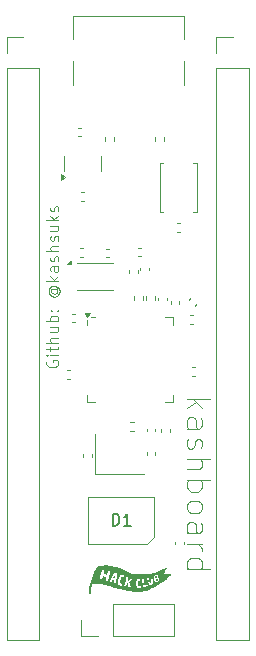
<source format=gbr>
%TF.GenerationSoftware,KiCad,Pcbnew,9.0.2*%
%TF.CreationDate,2025-10-08T13:44:56-04:00*%
%TF.ProjectId,pcb,7063622e-6b69-4636-9164-5f7063625858,rev?*%
%TF.SameCoordinates,Original*%
%TF.FileFunction,Legend,Top*%
%TF.FilePolarity,Positive*%
%FSLAX46Y46*%
G04 Gerber Fmt 4.6, Leading zero omitted, Abs format (unit mm)*
G04 Created by KiCad (PCBNEW 9.0.2) date 2025-10-08 13:44:56*
%MOMM*%
%LPD*%
G01*
G04 APERTURE LIST*
%ADD10C,0.100000*%
%ADD11C,0.150000*%
%ADD12C,0.120000*%
%ADD13C,0.000000*%
G04 APERTURE END LIST*
D10*
X94500038Y-92182306D02*
X94452419Y-92277544D01*
X94452419Y-92277544D02*
X94452419Y-92420401D01*
X94452419Y-92420401D02*
X94500038Y-92563258D01*
X94500038Y-92563258D02*
X94595276Y-92658496D01*
X94595276Y-92658496D02*
X94690514Y-92706115D01*
X94690514Y-92706115D02*
X94880990Y-92753734D01*
X94880990Y-92753734D02*
X95023847Y-92753734D01*
X95023847Y-92753734D02*
X95214323Y-92706115D01*
X95214323Y-92706115D02*
X95309561Y-92658496D01*
X95309561Y-92658496D02*
X95404800Y-92563258D01*
X95404800Y-92563258D02*
X95452419Y-92420401D01*
X95452419Y-92420401D02*
X95452419Y-92325163D01*
X95452419Y-92325163D02*
X95404800Y-92182306D01*
X95404800Y-92182306D02*
X95357180Y-92134687D01*
X95357180Y-92134687D02*
X95023847Y-92134687D01*
X95023847Y-92134687D02*
X95023847Y-92325163D01*
X95452419Y-91706115D02*
X94785752Y-91706115D01*
X94452419Y-91706115D02*
X94500038Y-91753734D01*
X94500038Y-91753734D02*
X94547657Y-91706115D01*
X94547657Y-91706115D02*
X94500038Y-91658496D01*
X94500038Y-91658496D02*
X94452419Y-91706115D01*
X94452419Y-91706115D02*
X94547657Y-91706115D01*
X94785752Y-91372782D02*
X94785752Y-90991830D01*
X94452419Y-91229925D02*
X95309561Y-91229925D01*
X95309561Y-91229925D02*
X95404800Y-91182306D01*
X95404800Y-91182306D02*
X95452419Y-91087068D01*
X95452419Y-91087068D02*
X95452419Y-90991830D01*
X95452419Y-90658496D02*
X94452419Y-90658496D01*
X95452419Y-90229925D02*
X94928609Y-90229925D01*
X94928609Y-90229925D02*
X94833371Y-90277544D01*
X94833371Y-90277544D02*
X94785752Y-90372782D01*
X94785752Y-90372782D02*
X94785752Y-90515639D01*
X94785752Y-90515639D02*
X94833371Y-90610877D01*
X94833371Y-90610877D02*
X94880990Y-90658496D01*
X94785752Y-89325163D02*
X95452419Y-89325163D01*
X94785752Y-89753734D02*
X95309561Y-89753734D01*
X95309561Y-89753734D02*
X95404800Y-89706115D01*
X95404800Y-89706115D02*
X95452419Y-89610877D01*
X95452419Y-89610877D02*
X95452419Y-89468020D01*
X95452419Y-89468020D02*
X95404800Y-89372782D01*
X95404800Y-89372782D02*
X95357180Y-89325163D01*
X95452419Y-88848972D02*
X94452419Y-88848972D01*
X94833371Y-88848972D02*
X94785752Y-88753734D01*
X94785752Y-88753734D02*
X94785752Y-88563258D01*
X94785752Y-88563258D02*
X94833371Y-88468020D01*
X94833371Y-88468020D02*
X94880990Y-88420401D01*
X94880990Y-88420401D02*
X94976228Y-88372782D01*
X94976228Y-88372782D02*
X95261942Y-88372782D01*
X95261942Y-88372782D02*
X95357180Y-88420401D01*
X95357180Y-88420401D02*
X95404800Y-88468020D01*
X95404800Y-88468020D02*
X95452419Y-88563258D01*
X95452419Y-88563258D02*
X95452419Y-88753734D01*
X95452419Y-88753734D02*
X95404800Y-88848972D01*
X95357180Y-87944210D02*
X95404800Y-87896591D01*
X95404800Y-87896591D02*
X95452419Y-87944210D01*
X95452419Y-87944210D02*
X95404800Y-87991829D01*
X95404800Y-87991829D02*
X95357180Y-87944210D01*
X95357180Y-87944210D02*
X95452419Y-87944210D01*
X94833371Y-87944210D02*
X94880990Y-87896591D01*
X94880990Y-87896591D02*
X94928609Y-87944210D01*
X94928609Y-87944210D02*
X94880990Y-87991829D01*
X94880990Y-87991829D02*
X94833371Y-87944210D01*
X94833371Y-87944210D02*
X94928609Y-87944210D01*
X94976228Y-86087068D02*
X94928609Y-86134687D01*
X94928609Y-86134687D02*
X94880990Y-86229925D01*
X94880990Y-86229925D02*
X94880990Y-86325163D01*
X94880990Y-86325163D02*
X94928609Y-86420401D01*
X94928609Y-86420401D02*
X94976228Y-86468020D01*
X94976228Y-86468020D02*
X95071466Y-86515639D01*
X95071466Y-86515639D02*
X95166704Y-86515639D01*
X95166704Y-86515639D02*
X95261942Y-86468020D01*
X95261942Y-86468020D02*
X95309561Y-86420401D01*
X95309561Y-86420401D02*
X95357180Y-86325163D01*
X95357180Y-86325163D02*
X95357180Y-86229925D01*
X95357180Y-86229925D02*
X95309561Y-86134687D01*
X95309561Y-86134687D02*
X95261942Y-86087068D01*
X94880990Y-86087068D02*
X95261942Y-86087068D01*
X95261942Y-86087068D02*
X95309561Y-86039449D01*
X95309561Y-86039449D02*
X95309561Y-85991830D01*
X95309561Y-85991830D02*
X95261942Y-85896591D01*
X95261942Y-85896591D02*
X95166704Y-85848972D01*
X95166704Y-85848972D02*
X94928609Y-85848972D01*
X94928609Y-85848972D02*
X94785752Y-85944211D01*
X94785752Y-85944211D02*
X94690514Y-86087068D01*
X94690514Y-86087068D02*
X94642895Y-86277544D01*
X94642895Y-86277544D02*
X94690514Y-86468020D01*
X94690514Y-86468020D02*
X94785752Y-86610877D01*
X94785752Y-86610877D02*
X94928609Y-86706115D01*
X94928609Y-86706115D02*
X95119085Y-86753734D01*
X95119085Y-86753734D02*
X95309561Y-86706115D01*
X95309561Y-86706115D02*
X95452419Y-86610877D01*
X95452419Y-86610877D02*
X95547657Y-86468020D01*
X95547657Y-86468020D02*
X95595276Y-86277544D01*
X95595276Y-86277544D02*
X95547657Y-86087068D01*
X95547657Y-86087068D02*
X95452419Y-85944211D01*
X95452419Y-85420401D02*
X94452419Y-85420401D01*
X95071466Y-85325163D02*
X95452419Y-85039449D01*
X94785752Y-85039449D02*
X95166704Y-85420401D01*
X95452419Y-84182306D02*
X94928609Y-84182306D01*
X94928609Y-84182306D02*
X94833371Y-84229925D01*
X94833371Y-84229925D02*
X94785752Y-84325163D01*
X94785752Y-84325163D02*
X94785752Y-84515639D01*
X94785752Y-84515639D02*
X94833371Y-84610877D01*
X95404800Y-84182306D02*
X95452419Y-84277544D01*
X95452419Y-84277544D02*
X95452419Y-84515639D01*
X95452419Y-84515639D02*
X95404800Y-84610877D01*
X95404800Y-84610877D02*
X95309561Y-84658496D01*
X95309561Y-84658496D02*
X95214323Y-84658496D01*
X95214323Y-84658496D02*
X95119085Y-84610877D01*
X95119085Y-84610877D02*
X95071466Y-84515639D01*
X95071466Y-84515639D02*
X95071466Y-84277544D01*
X95071466Y-84277544D02*
X95023847Y-84182306D01*
X95404800Y-83753734D02*
X95452419Y-83658496D01*
X95452419Y-83658496D02*
X95452419Y-83468020D01*
X95452419Y-83468020D02*
X95404800Y-83372782D01*
X95404800Y-83372782D02*
X95309561Y-83325163D01*
X95309561Y-83325163D02*
X95261942Y-83325163D01*
X95261942Y-83325163D02*
X95166704Y-83372782D01*
X95166704Y-83372782D02*
X95119085Y-83468020D01*
X95119085Y-83468020D02*
X95119085Y-83610877D01*
X95119085Y-83610877D02*
X95071466Y-83706115D01*
X95071466Y-83706115D02*
X94976228Y-83753734D01*
X94976228Y-83753734D02*
X94928609Y-83753734D01*
X94928609Y-83753734D02*
X94833371Y-83706115D01*
X94833371Y-83706115D02*
X94785752Y-83610877D01*
X94785752Y-83610877D02*
X94785752Y-83468020D01*
X94785752Y-83468020D02*
X94833371Y-83372782D01*
X95452419Y-82896591D02*
X94452419Y-82896591D01*
X95452419Y-82468020D02*
X94928609Y-82468020D01*
X94928609Y-82468020D02*
X94833371Y-82515639D01*
X94833371Y-82515639D02*
X94785752Y-82610877D01*
X94785752Y-82610877D02*
X94785752Y-82753734D01*
X94785752Y-82753734D02*
X94833371Y-82848972D01*
X94833371Y-82848972D02*
X94880990Y-82896591D01*
X95404800Y-82039448D02*
X95452419Y-81944210D01*
X95452419Y-81944210D02*
X95452419Y-81753734D01*
X95452419Y-81753734D02*
X95404800Y-81658496D01*
X95404800Y-81658496D02*
X95309561Y-81610877D01*
X95309561Y-81610877D02*
X95261942Y-81610877D01*
X95261942Y-81610877D02*
X95166704Y-81658496D01*
X95166704Y-81658496D02*
X95119085Y-81753734D01*
X95119085Y-81753734D02*
X95119085Y-81896591D01*
X95119085Y-81896591D02*
X95071466Y-81991829D01*
X95071466Y-81991829D02*
X94976228Y-82039448D01*
X94976228Y-82039448D02*
X94928609Y-82039448D01*
X94928609Y-82039448D02*
X94833371Y-81991829D01*
X94833371Y-81991829D02*
X94785752Y-81896591D01*
X94785752Y-81896591D02*
X94785752Y-81753734D01*
X94785752Y-81753734D02*
X94833371Y-81658496D01*
X94785752Y-80753734D02*
X95452419Y-80753734D01*
X94785752Y-81182305D02*
X95309561Y-81182305D01*
X95309561Y-81182305D02*
X95404800Y-81134686D01*
X95404800Y-81134686D02*
X95452419Y-81039448D01*
X95452419Y-81039448D02*
X95452419Y-80896591D01*
X95452419Y-80896591D02*
X95404800Y-80801353D01*
X95404800Y-80801353D02*
X95357180Y-80753734D01*
X95452419Y-80277543D02*
X94452419Y-80277543D01*
X95071466Y-80182305D02*
X95452419Y-79896591D01*
X94785752Y-79896591D02*
X95166704Y-80277543D01*
X95404800Y-79515638D02*
X95452419Y-79420400D01*
X95452419Y-79420400D02*
X95452419Y-79229924D01*
X95452419Y-79229924D02*
X95404800Y-79134686D01*
X95404800Y-79134686D02*
X95309561Y-79087067D01*
X95309561Y-79087067D02*
X95261942Y-79087067D01*
X95261942Y-79087067D02*
X95166704Y-79134686D01*
X95166704Y-79134686D02*
X95119085Y-79229924D01*
X95119085Y-79229924D02*
X95119085Y-79372781D01*
X95119085Y-79372781D02*
X95071466Y-79468019D01*
X95071466Y-79468019D02*
X94976228Y-79515638D01*
X94976228Y-79515638D02*
X94928609Y-79515638D01*
X94928609Y-79515638D02*
X94833371Y-79468019D01*
X94833371Y-79468019D02*
X94785752Y-79372781D01*
X94785752Y-79372781D02*
X94785752Y-79229924D01*
X94785752Y-79229924D02*
X94833371Y-79134686D01*
X106329961Y-95451979D02*
X108329961Y-95451979D01*
X107091866Y-95642455D02*
X106329961Y-96213884D01*
X107663295Y-96213884D02*
X106901390Y-95451979D01*
X106329961Y-97928170D02*
X107377580Y-97928170D01*
X107377580Y-97928170D02*
X107568057Y-97832932D01*
X107568057Y-97832932D02*
X107663295Y-97642456D01*
X107663295Y-97642456D02*
X107663295Y-97261503D01*
X107663295Y-97261503D02*
X107568057Y-97071027D01*
X106425200Y-97928170D02*
X106329961Y-97737694D01*
X106329961Y-97737694D02*
X106329961Y-97261503D01*
X106329961Y-97261503D02*
X106425200Y-97071027D01*
X106425200Y-97071027D02*
X106615676Y-96975789D01*
X106615676Y-96975789D02*
X106806152Y-96975789D01*
X106806152Y-96975789D02*
X106996628Y-97071027D01*
X106996628Y-97071027D02*
X107091866Y-97261503D01*
X107091866Y-97261503D02*
X107091866Y-97737694D01*
X107091866Y-97737694D02*
X107187104Y-97928170D01*
X106425200Y-98785313D02*
X106329961Y-98975789D01*
X106329961Y-98975789D02*
X106329961Y-99356741D01*
X106329961Y-99356741D02*
X106425200Y-99547218D01*
X106425200Y-99547218D02*
X106615676Y-99642456D01*
X106615676Y-99642456D02*
X106710914Y-99642456D01*
X106710914Y-99642456D02*
X106901390Y-99547218D01*
X106901390Y-99547218D02*
X106996628Y-99356741D01*
X106996628Y-99356741D02*
X106996628Y-99071027D01*
X106996628Y-99071027D02*
X107091866Y-98880551D01*
X107091866Y-98880551D02*
X107282342Y-98785313D01*
X107282342Y-98785313D02*
X107377580Y-98785313D01*
X107377580Y-98785313D02*
X107568057Y-98880551D01*
X107568057Y-98880551D02*
X107663295Y-99071027D01*
X107663295Y-99071027D02*
X107663295Y-99356741D01*
X107663295Y-99356741D02*
X107568057Y-99547218D01*
X106329961Y-100499599D02*
X108329961Y-100499599D01*
X106329961Y-101356742D02*
X107377580Y-101356742D01*
X107377580Y-101356742D02*
X107568057Y-101261504D01*
X107568057Y-101261504D02*
X107663295Y-101071028D01*
X107663295Y-101071028D02*
X107663295Y-100785313D01*
X107663295Y-100785313D02*
X107568057Y-100594837D01*
X107568057Y-100594837D02*
X107472819Y-100499599D01*
X106329961Y-102309123D02*
X108329961Y-102309123D01*
X107568057Y-102309123D02*
X107663295Y-102499599D01*
X107663295Y-102499599D02*
X107663295Y-102880552D01*
X107663295Y-102880552D02*
X107568057Y-103071028D01*
X107568057Y-103071028D02*
X107472819Y-103166266D01*
X107472819Y-103166266D02*
X107282342Y-103261504D01*
X107282342Y-103261504D02*
X106710914Y-103261504D01*
X106710914Y-103261504D02*
X106520438Y-103166266D01*
X106520438Y-103166266D02*
X106425200Y-103071028D01*
X106425200Y-103071028D02*
X106329961Y-102880552D01*
X106329961Y-102880552D02*
X106329961Y-102499599D01*
X106329961Y-102499599D02*
X106425200Y-102309123D01*
X106329961Y-104404361D02*
X106425200Y-104213885D01*
X106425200Y-104213885D02*
X106520438Y-104118647D01*
X106520438Y-104118647D02*
X106710914Y-104023409D01*
X106710914Y-104023409D02*
X107282342Y-104023409D01*
X107282342Y-104023409D02*
X107472819Y-104118647D01*
X107472819Y-104118647D02*
X107568057Y-104213885D01*
X107568057Y-104213885D02*
X107663295Y-104404361D01*
X107663295Y-104404361D02*
X107663295Y-104690076D01*
X107663295Y-104690076D02*
X107568057Y-104880552D01*
X107568057Y-104880552D02*
X107472819Y-104975790D01*
X107472819Y-104975790D02*
X107282342Y-105071028D01*
X107282342Y-105071028D02*
X106710914Y-105071028D01*
X106710914Y-105071028D02*
X106520438Y-104975790D01*
X106520438Y-104975790D02*
X106425200Y-104880552D01*
X106425200Y-104880552D02*
X106329961Y-104690076D01*
X106329961Y-104690076D02*
X106329961Y-104404361D01*
X106329961Y-106785314D02*
X107377580Y-106785314D01*
X107377580Y-106785314D02*
X107568057Y-106690076D01*
X107568057Y-106690076D02*
X107663295Y-106499600D01*
X107663295Y-106499600D02*
X107663295Y-106118647D01*
X107663295Y-106118647D02*
X107568057Y-105928171D01*
X106425200Y-106785314D02*
X106329961Y-106594838D01*
X106329961Y-106594838D02*
X106329961Y-106118647D01*
X106329961Y-106118647D02*
X106425200Y-105928171D01*
X106425200Y-105928171D02*
X106615676Y-105832933D01*
X106615676Y-105832933D02*
X106806152Y-105832933D01*
X106806152Y-105832933D02*
X106996628Y-105928171D01*
X106996628Y-105928171D02*
X107091866Y-106118647D01*
X107091866Y-106118647D02*
X107091866Y-106594838D01*
X107091866Y-106594838D02*
X107187104Y-106785314D01*
X106329961Y-107737695D02*
X107663295Y-107737695D01*
X107282342Y-107737695D02*
X107472819Y-107832933D01*
X107472819Y-107832933D02*
X107568057Y-107928171D01*
X107568057Y-107928171D02*
X107663295Y-108118647D01*
X107663295Y-108118647D02*
X107663295Y-108309124D01*
X106329961Y-109832933D02*
X108329961Y-109832933D01*
X106425200Y-109832933D02*
X106329961Y-109642457D01*
X106329961Y-109642457D02*
X106329961Y-109261504D01*
X106329961Y-109261504D02*
X106425200Y-109071028D01*
X106425200Y-109071028D02*
X106520438Y-108975790D01*
X106520438Y-108975790D02*
X106710914Y-108880552D01*
X106710914Y-108880552D02*
X107282342Y-108880552D01*
X107282342Y-108880552D02*
X107472819Y-108975790D01*
X107472819Y-108975790D02*
X107568057Y-109071028D01*
X107568057Y-109071028D02*
X107663295Y-109261504D01*
X107663295Y-109261504D02*
X107663295Y-109642457D01*
X107663295Y-109642457D02*
X107568057Y-109832933D01*
D11*
X100051905Y-106134819D02*
X100051905Y-105134819D01*
X100051905Y-105134819D02*
X100290000Y-105134819D01*
X100290000Y-105134819D02*
X100432857Y-105182438D01*
X100432857Y-105182438D02*
X100528095Y-105277676D01*
X100528095Y-105277676D02*
X100575714Y-105372914D01*
X100575714Y-105372914D02*
X100623333Y-105563390D01*
X100623333Y-105563390D02*
X100623333Y-105706247D01*
X100623333Y-105706247D02*
X100575714Y-105896723D01*
X100575714Y-105896723D02*
X100528095Y-105991961D01*
X100528095Y-105991961D02*
X100432857Y-106087200D01*
X100432857Y-106087200D02*
X100290000Y-106134819D01*
X100290000Y-106134819D02*
X100051905Y-106134819D01*
X101575714Y-106134819D02*
X101004286Y-106134819D01*
X101290000Y-106134819D02*
X101290000Y-105134819D01*
X101290000Y-105134819D02*
X101194762Y-105277676D01*
X101194762Y-105277676D02*
X101099524Y-105372914D01*
X101099524Y-105372914D02*
X101004286Y-105420533D01*
D12*
%TO.C,D1*%
X97990000Y-103680000D02*
X97990000Y-107680000D01*
X97990000Y-103680000D02*
X103590000Y-103680000D01*
X97990000Y-107680000D02*
X102990000Y-107680000D01*
X103590000Y-107080000D02*
X102990000Y-107680000D01*
X103590000Y-107080000D02*
X103590000Y-103680000D01*
%TO.C,C8*%
X106609664Y-88340000D02*
X106825336Y-88340000D01*
X106609664Y-89060000D02*
X106825336Y-89060000D01*
%TO.C,C6*%
X102390000Y-84537836D02*
X102390000Y-84322164D01*
X103110000Y-84537836D02*
X103110000Y-84322164D01*
%TO.C,R7*%
X97583641Y-82670000D02*
X97276359Y-82670000D01*
X97583641Y-83430000D02*
X97276359Y-83430000D01*
%TO.C,C18*%
X105350000Y-107727836D02*
X105350000Y-107512164D01*
X106070000Y-107727836D02*
X106070000Y-107512164D01*
%TO.C,R5*%
X101533859Y-97380000D02*
X101841141Y-97380000D01*
X101533859Y-98140000D02*
X101841141Y-98140000D01*
%TO.C,C9*%
X106792164Y-92730000D02*
X107007836Y-92730000D01*
X106792164Y-93450000D02*
X107007836Y-93450000D01*
%TO.C,J4*%
X97410000Y-115530000D02*
X97410000Y-114150000D01*
X98790000Y-115530000D02*
X97410000Y-115530000D01*
X100060000Y-112770000D02*
X105250000Y-112770000D01*
X100060000Y-115530000D02*
X100060000Y-112770000D01*
X100060000Y-115530000D02*
X105250000Y-115530000D01*
X105250000Y-115530000D02*
X105250000Y-112770000D01*
%TO.C,C14*%
X97402164Y-77900000D02*
X97617836Y-77900000D01*
X97402164Y-78620000D02*
X97617836Y-78620000D01*
%TO.C,U2*%
X95950000Y-75472500D02*
X95950000Y-74822500D01*
X95950000Y-75472500D02*
X95950000Y-76122500D01*
X99070000Y-75472500D02*
X99070000Y-74822500D01*
X99070000Y-75472500D02*
X99070000Y-76122500D01*
X96000000Y-76635000D02*
X95670000Y-76875000D01*
X95670000Y-76395000D01*
X96000000Y-76635000D01*
G36*
X96000000Y-76635000D02*
G01*
X95670000Y-76875000D01*
X95670000Y-76395000D01*
X96000000Y-76635000D01*
G37*
%TO.C,R1*%
X103630000Y-73236359D02*
X103630000Y-73543641D01*
X104390000Y-73236359D02*
X104390000Y-73543641D01*
%TO.C,C7*%
X102427836Y-82620000D02*
X102212164Y-82620000D01*
X102427836Y-83340000D02*
X102212164Y-83340000D01*
%TO.C,C16*%
X102937500Y-100157836D02*
X102937500Y-99942164D01*
X103657500Y-100157836D02*
X103657500Y-99942164D01*
%TO.C,C12*%
X101447500Y-84717836D02*
X101447500Y-84502164D01*
X102167500Y-84717836D02*
X102167500Y-84502164D01*
D13*
%TO.C,G\u002A\u002A\u002A*%
G36*
X103799062Y-110435535D02*
G01*
X103808915Y-110453955D01*
X103816981Y-110475856D01*
X103814700Y-110493320D01*
X103798660Y-110513658D01*
X103767739Y-110542150D01*
X103735082Y-110569868D01*
X103710365Y-110588534D01*
X103700846Y-110593563D01*
X103691176Y-110582360D01*
X103675728Y-110553498D01*
X103663487Y-110526342D01*
X103635087Y-110459122D01*
X103670830Y-110445300D01*
X103711221Y-110432755D01*
X103749364Y-110424325D01*
X103780939Y-110422632D01*
X103799062Y-110435535D01*
G37*
G36*
X100273468Y-110326348D02*
G01*
X100277550Y-110359998D01*
X100277802Y-110409880D01*
X100274112Y-110470921D01*
X100270011Y-110510361D01*
X100263001Y-110552642D01*
X100250597Y-110574155D01*
X100226233Y-110579302D01*
X100183341Y-110572487D01*
X100178794Y-110571532D01*
X100139998Y-110563610D01*
X100116108Y-110556405D01*
X100106913Y-110545372D01*
X100112199Y-110525966D01*
X100131753Y-110493645D01*
X100165364Y-110443862D01*
X100172333Y-110433524D01*
X100206171Y-110384880D01*
X100235525Y-110345772D01*
X100256824Y-110320773D01*
X100265668Y-110314004D01*
X100273468Y-110326348D01*
G37*
G36*
X103866171Y-110662692D02*
G01*
X103894538Y-110673928D01*
X103896939Y-110676100D01*
X103909358Y-110703017D01*
X103912190Y-110739648D01*
X103904514Y-110770533D01*
X103902725Y-110773280D01*
X103879710Y-110795377D01*
X103845856Y-110818010D01*
X103808527Y-110837525D01*
X103775085Y-110850266D01*
X103752895Y-110852576D01*
X103748787Y-110849708D01*
X103742508Y-110831011D01*
X103734774Y-110798225D01*
X103733768Y-110793249D01*
X103725582Y-110754636D01*
X103718267Y-110724381D01*
X103717908Y-110723090D01*
X103723831Y-110701920D01*
X103748995Y-110683359D01*
X103786024Y-110669343D01*
X103827541Y-110661809D01*
X103866171Y-110662692D01*
G37*
G36*
X99584242Y-109520515D02*
G01*
X99779526Y-109536041D01*
X99981300Y-109567044D01*
X100191652Y-109614058D01*
X100412665Y-109677617D01*
X100646426Y-109758254D01*
X100895019Y-109856504D01*
X101157253Y-109971401D01*
X101245486Y-110010440D01*
X101340354Y-110050245D01*
X101433535Y-110087463D01*
X101516709Y-110118744D01*
X101563280Y-110134907D01*
X101826054Y-110207688D01*
X102098164Y-110256366D01*
X102377993Y-110281107D01*
X102663925Y-110282077D01*
X102954344Y-110259440D01*
X103247633Y-110213361D01*
X103542177Y-110144008D01*
X103836359Y-110051544D01*
X104128564Y-109936135D01*
X104305628Y-109854303D01*
X104377962Y-109818639D01*
X104446950Y-109784009D01*
X104506812Y-109753359D01*
X104551769Y-109729634D01*
X104568535Y-109720324D01*
X104605037Y-109701903D01*
X104632291Y-109692967D01*
X104641753Y-109693894D01*
X104638728Y-109708042D01*
X104624830Y-109742316D01*
X104601640Y-109793310D01*
X104570737Y-109857618D01*
X104533703Y-109931833D01*
X104508642Y-109980773D01*
X104468179Y-110059386D01*
X104432152Y-110130025D01*
X104402266Y-110189296D01*
X104380226Y-110233802D01*
X104367735Y-110260147D01*
X104365534Y-110265842D01*
X104378239Y-110268137D01*
X104413926Y-110270185D01*
X104468953Y-110271893D01*
X104539676Y-110273166D01*
X104622454Y-110273910D01*
X104684245Y-110274067D01*
X104778116Y-110274566D01*
X104860533Y-110275978D01*
X104928149Y-110278178D01*
X104977622Y-110281039D01*
X105005606Y-110284433D01*
X105010594Y-110286424D01*
X105003516Y-110299590D01*
X104976897Y-110328348D01*
X104931937Y-110371594D01*
X104869837Y-110428226D01*
X104791795Y-110497138D01*
X104699011Y-110577229D01*
X104638438Y-110628772D01*
X104539814Y-110709211D01*
X104423991Y-110798554D01*
X104296170Y-110893156D01*
X104161554Y-110989370D01*
X104025345Y-111083552D01*
X103892746Y-111172056D01*
X103768957Y-111251235D01*
X103659181Y-111317446D01*
X103640010Y-111328445D01*
X103403004Y-111454200D01*
X103172629Y-111558614D01*
X102950332Y-111641152D01*
X102737559Y-111701282D01*
X102535758Y-111738469D01*
X102524438Y-111739909D01*
X102453708Y-111745622D01*
X102361573Y-111748393D01*
X102253073Y-111748358D01*
X102133249Y-111745652D01*
X102007143Y-111740413D01*
X101879794Y-111732776D01*
X101756244Y-111722878D01*
X101703060Y-111717705D01*
X101546089Y-111699653D01*
X101393087Y-111678040D01*
X101240116Y-111652009D01*
X101083236Y-111620702D01*
X100918508Y-111583261D01*
X100741993Y-111538829D01*
X100549752Y-111486546D01*
X100337845Y-111425557D01*
X100271981Y-111406068D01*
X100037866Y-111337206D01*
X99826822Y-111276886D01*
X99727165Y-111249498D01*
X101012994Y-111249498D01*
X101020364Y-111271941D01*
X101037597Y-111285889D01*
X101074274Y-111291424D01*
X101116768Y-111275396D01*
X101161470Y-111241144D01*
X101204773Y-111192004D01*
X101243069Y-111131316D01*
X101269724Y-111071117D01*
X101286670Y-111031055D01*
X101303155Y-111011351D01*
X101323141Y-111006247D01*
X101335794Y-111007993D01*
X101345709Y-111016014D01*
X101354406Y-111034481D01*
X101363404Y-111067567D01*
X101374224Y-111119445D01*
X101384969Y-111175980D01*
X101400502Y-111253641D01*
X101414249Y-111309121D01*
X101427517Y-111346683D01*
X101441610Y-111370591D01*
X101446123Y-111375665D01*
X101484994Y-111400550D01*
X101525708Y-111402535D01*
X101561173Y-111381314D01*
X101561786Y-111380644D01*
X101583360Y-111344619D01*
X101591090Y-111297073D01*
X101585011Y-111234299D01*
X101565158Y-111152592D01*
X101563936Y-111148392D01*
X101545331Y-111089011D01*
X101528147Y-111040071D01*
X102050227Y-111040071D01*
X102057679Y-111138633D01*
X102075897Y-111229052D01*
X102102396Y-111298791D01*
X102148739Y-111363836D01*
X102208351Y-111408454D01*
X102277030Y-111430911D01*
X102350576Y-111429472D01*
X102391109Y-111418043D01*
X102440993Y-111390334D01*
X102475219Y-111353466D01*
X102488471Y-111313242D01*
X102488490Y-111311741D01*
X102483127Y-111277413D01*
X102464465Y-111259596D01*
X102428649Y-111256464D01*
X102385832Y-111263142D01*
X102328299Y-111269727D01*
X102284913Y-111259779D01*
X102249921Y-111230161D01*
X102217572Y-111177742D01*
X102213265Y-111169097D01*
X102191870Y-111117698D01*
X102180891Y-111067242D01*
X102177474Y-111004390D01*
X102177455Y-111001702D01*
X102182271Y-110922533D01*
X102198605Y-110864517D01*
X102227759Y-110824221D01*
X102251013Y-110807640D01*
X102276975Y-110795974D01*
X102299610Y-110797211D01*
X102331631Y-110812120D01*
X102332477Y-110812575D01*
X102377122Y-110828826D01*
X102407286Y-110824021D01*
X102421010Y-110800602D01*
X102416337Y-110761008D01*
X102401734Y-110726251D01*
X102387357Y-110707967D01*
X102556562Y-110707967D01*
X102557608Y-110753374D01*
X102563217Y-110815234D01*
X102573384Y-110897427D01*
X102580470Y-110949486D01*
X102590826Y-111026089D01*
X102600667Y-111102346D01*
X102608935Y-111169835D01*
X102614570Y-111220129D01*
X102614902Y-111223428D01*
X102620757Y-111267930D01*
X102630446Y-111300224D01*
X102647323Y-111321152D01*
X102674745Y-111331553D01*
X102716067Y-111332268D01*
X102774643Y-111324138D01*
X102853829Y-111308003D01*
X102905951Y-111296346D01*
X102984535Y-111274676D01*
X103037839Y-111250748D01*
X103067164Y-111223813D01*
X103074234Y-111199530D01*
X103062302Y-111180520D01*
X103029492Y-111170312D01*
X102980281Y-111169589D01*
X102927658Y-111177195D01*
X102874272Y-111186122D01*
X102821407Y-111191692D01*
X102798261Y-111192620D01*
X102743544Y-111192620D01*
X102736007Y-111102762D01*
X102723011Y-110964817D01*
X102709131Y-110851938D01*
X102694032Y-110762573D01*
X102677380Y-110695168D01*
X102658839Y-110648171D01*
X102649528Y-110635551D01*
X102985064Y-110635551D01*
X102985786Y-110641225D01*
X102995893Y-110695157D01*
X103012479Y-110762658D01*
X103033341Y-110836528D01*
X103056276Y-110909568D01*
X103079080Y-110974581D01*
X103099551Y-111024367D01*
X103108216Y-111041288D01*
X103152316Y-111093659D01*
X103211310Y-111130790D01*
X103278090Y-111150249D01*
X103345545Y-111149607D01*
X103387516Y-111136747D01*
X103429825Y-111103211D01*
X103459977Y-111048153D01*
X103477484Y-110973984D01*
X103481857Y-110883116D01*
X103472605Y-110777959D01*
X103467165Y-110744353D01*
X103445888Y-110642161D01*
X103422653Y-110565287D01*
X103396853Y-110512455D01*
X103367880Y-110482394D01*
X103338133Y-110473752D01*
X103312919Y-110480910D01*
X103298294Y-110503943D01*
X103293963Y-110545188D01*
X103299630Y-110606980D01*
X103312253Y-110678235D01*
X103328279Y-110771575D01*
X103337527Y-110856289D01*
X103339795Y-110927838D01*
X103334886Y-110981685D01*
X103326701Y-111007122D01*
X103302601Y-111027384D01*
X103267605Y-111032168D01*
X103237827Y-111022217D01*
X103222070Y-111004707D01*
X103205028Y-110970173D01*
X103185851Y-110916255D01*
X103163688Y-110840591D01*
X103140561Y-110752253D01*
X103118438Y-110669919D01*
X103098921Y-110610737D01*
X103080430Y-110571564D01*
X103061382Y-110549261D01*
X103040197Y-110540684D01*
X103033864Y-110540314D01*
X103002241Y-110551241D01*
X102985810Y-110583333D01*
X102985064Y-110635551D01*
X102649528Y-110635551D01*
X102638075Y-110620027D01*
X102630764Y-110614665D01*
X102609760Y-110608406D01*
X102589797Y-110621410D01*
X102580843Y-110631647D01*
X102568174Y-110650985D01*
X102560082Y-110675131D01*
X102556562Y-110707967D01*
X102387357Y-110707967D01*
X102365166Y-110679745D01*
X102317701Y-110654120D01*
X102263967Y-110648626D01*
X102208589Y-110662513D01*
X102156196Y-110695032D01*
X102111414Y-110745432D01*
X102093786Y-110776155D01*
X102068147Y-110850768D01*
X102053672Y-110941428D01*
X102050227Y-111040071D01*
X101528147Y-111040071D01*
X101525734Y-111033200D01*
X101508533Y-110990416D01*
X101503826Y-110980506D01*
X101478094Y-110930067D01*
X101519156Y-110891611D01*
X101563655Y-110845104D01*
X101605666Y-110792739D01*
X101641148Y-110740511D01*
X101666060Y-110694415D01*
X101676363Y-110660445D01*
X101676436Y-110658243D01*
X101668956Y-110622405D01*
X101646661Y-110608468D01*
X101609768Y-110616360D01*
X101558493Y-110646007D01*
X101493052Y-110697336D01*
X101450909Y-110734957D01*
X101411280Y-110770096D01*
X101381251Y-110793812D01*
X101364277Y-110803571D01*
X101362307Y-110799905D01*
X101367477Y-110775590D01*
X101372860Y-110731893D01*
X101377660Y-110676038D01*
X101379917Y-110639934D01*
X101382866Y-110578948D01*
X101383147Y-110538067D01*
X101379696Y-110510816D01*
X101371444Y-110490722D01*
X101357326Y-110471313D01*
X101350853Y-110463545D01*
X101329874Y-110444687D01*
X103527829Y-110444687D01*
X103532009Y-110472862D01*
X103541930Y-110511201D01*
X103551815Y-110546697D01*
X103566719Y-110599481D01*
X103584941Y-110663601D01*
X103604779Y-110733106D01*
X103624529Y-110802045D01*
X103642489Y-110864466D01*
X103656958Y-110914419D01*
X103666232Y-110945953D01*
X103667357Y-110949669D01*
X103684428Y-110963039D01*
X103720859Y-110964963D01*
X103772129Y-110955761D01*
X103826617Y-110938454D01*
X103887459Y-110908647D01*
X103942753Y-110868932D01*
X103986192Y-110824822D01*
X104011470Y-110781830D01*
X104013489Y-110775099D01*
X104014976Y-110724998D01*
X103999882Y-110669220D01*
X103972383Y-110616045D01*
X103936655Y-110573756D01*
X103900892Y-110551838D01*
X103889430Y-110541980D01*
X103895863Y-110520750D01*
X103897692Y-110517256D01*
X103911601Y-110469372D01*
X103911661Y-110412941D01*
X103898785Y-110360305D01*
X103884165Y-110334295D01*
X103864433Y-110312827D01*
X103843233Y-110303016D01*
X103810707Y-110301779D01*
X103785848Y-110303516D01*
X103730369Y-110314366D01*
X103668018Y-110336022D01*
X103608275Y-110364302D01*
X103560618Y-110395025D01*
X103544172Y-110410120D01*
X103531822Y-110426543D01*
X103527829Y-110444687D01*
X101329874Y-110444687D01*
X101316076Y-110432284D01*
X101283250Y-110420505D01*
X101282844Y-110420503D01*
X101256274Y-110426117D01*
X101235801Y-110445003D01*
X101220244Y-110480224D01*
X101208420Y-110534845D01*
X101199149Y-110611930D01*
X101196270Y-110645016D01*
X101182375Y-110766941D01*
X101160392Y-110872915D01*
X101127491Y-110973086D01*
X101080844Y-111077602D01*
X101069279Y-111100580D01*
X101036814Y-111167545D01*
X101018265Y-111215942D01*
X101012994Y-111249498D01*
X99727165Y-111249498D01*
X99636853Y-111224678D01*
X99465963Y-111180151D01*
X99312157Y-111142875D01*
X99173437Y-111112420D01*
X99047807Y-111088356D01*
X98933272Y-111070253D01*
X98827836Y-111057680D01*
X98729501Y-111050207D01*
X98636273Y-111047403D01*
X98607935Y-111047416D01*
X98533211Y-111049152D01*
X98461968Y-111052898D01*
X98399415Y-111058173D01*
X98350764Y-111064495D01*
X98321226Y-111071380D01*
X98315615Y-111074475D01*
X98306867Y-111095094D01*
X98296914Y-111138369D01*
X98286230Y-111200385D01*
X98275291Y-111277225D01*
X98264571Y-111364973D01*
X98254546Y-111459715D01*
X98245690Y-111557535D01*
X98238480Y-111654516D01*
X98233389Y-111746743D01*
X98233035Y-111755068D01*
X98224369Y-111964737D01*
X98126608Y-111964737D01*
X98028847Y-111964737D01*
X98028847Y-111914419D01*
X98031014Y-111870393D01*
X98037031Y-111805804D01*
X98046172Y-111726317D01*
X98057708Y-111637596D01*
X98070914Y-111545306D01*
X98085062Y-111455112D01*
X98095844Y-111392306D01*
X98146171Y-111149591D01*
X98210261Y-110907859D01*
X98289448Y-110663265D01*
X98306301Y-110618971D01*
X98976209Y-110618971D01*
X98978734Y-110668783D01*
X98995805Y-110699641D01*
X99027536Y-110712731D01*
X99039086Y-110713375D01*
X99092139Y-110700317D01*
X99144734Y-110661036D01*
X99197055Y-110595370D01*
X99222712Y-110553403D01*
X99248853Y-110506957D01*
X99269659Y-110469225D01*
X99281796Y-110446279D01*
X99283422Y-110442753D01*
X99296082Y-110443436D01*
X99326545Y-110451664D01*
X99367927Y-110465013D01*
X99413344Y-110481056D01*
X99455914Y-110497367D01*
X99488751Y-110511519D01*
X99504622Y-110520714D01*
X99504004Y-110534858D01*
X99498551Y-110569272D01*
X99489247Y-110618245D01*
X99481050Y-110657747D01*
X99467183Y-110729524D01*
X99461187Y-110780097D01*
X99462674Y-110813571D01*
X99465447Y-110823543D01*
X99487380Y-110858967D01*
X99518421Y-110870679D01*
X99558489Y-110859624D01*
X99799392Y-110859624D01*
X99807500Y-110902299D01*
X99829638Y-110924339D01*
X99862525Y-110925334D01*
X99902880Y-110904877D01*
X99934896Y-110876451D01*
X99966216Y-110840844D01*
X99991368Y-110807318D01*
X99998908Y-110794827D01*
X100009931Y-110777473D01*
X100024975Y-110769034D01*
X100051548Y-110767707D01*
X100095918Y-110771562D01*
X100139314Y-110776823D01*
X100170671Y-110781987D01*
X100181987Y-110785349D01*
X100181080Y-110799747D01*
X100173721Y-110832752D01*
X100161452Y-110877571D01*
X100159769Y-110883267D01*
X100142250Y-110946688D01*
X100134094Y-110990437D01*
X100134932Y-111019623D01*
X100144394Y-111039355D01*
X100148176Y-111043521D01*
X100180491Y-111058570D01*
X100221583Y-111051022D01*
X100267499Y-111021668D01*
X100270465Y-111019104D01*
X100291830Y-110998113D01*
X100307991Y-110974731D01*
X100321583Y-110942900D01*
X100335241Y-110896562D01*
X100342406Y-110867379D01*
X100518456Y-110867379D01*
X100526542Y-110974803D01*
X100550927Y-111063643D01*
X100591078Y-111132831D01*
X100646457Y-111181296D01*
X100684664Y-111199249D01*
X100744013Y-111215465D01*
X100790862Y-111215531D01*
X100834015Y-111199267D01*
X100839578Y-111196082D01*
X100876900Y-111160773D01*
X100890766Y-111114687D01*
X100888810Y-111091207D01*
X100873629Y-111072242D01*
X100834816Y-111057256D01*
X100819115Y-111053545D01*
X100764931Y-111035835D01*
X100728713Y-111007449D01*
X100707678Y-110964122D01*
X100699040Y-110901591D01*
X100698438Y-110868771D01*
X100710449Y-110757380D01*
X100743378Y-110644894D01*
X100794124Y-110541710D01*
X100797738Y-110535930D01*
X100834856Y-110488265D01*
X100870848Y-110466238D01*
X100908212Y-110469109D01*
X100945039Y-110492337D01*
X100983004Y-110519155D01*
X101011852Y-110525116D01*
X101037846Y-110511099D01*
X101043147Y-110506082D01*
X101061683Y-110470412D01*
X101062411Y-110424874D01*
X101047583Y-110377107D01*
X101019452Y-110334751D01*
X100984628Y-110307573D01*
X100932057Y-110291729D01*
X100868484Y-110288570D01*
X100806277Y-110298028D01*
X100776847Y-110308716D01*
X100715186Y-110351297D01*
X100658393Y-110415882D01*
X100608536Y-110497999D01*
X100567684Y-110593175D01*
X100537905Y-110696938D01*
X100521268Y-110804814D01*
X100518456Y-110867379D01*
X100342406Y-110867379D01*
X100350096Y-110836059D01*
X100381727Y-110685922D01*
X100401575Y-110551647D01*
X100410628Y-110425729D01*
X100411443Y-110369618D01*
X100406715Y-110264607D01*
X100392921Y-110183792D01*
X100369675Y-110126199D01*
X100336592Y-110090852D01*
X100295820Y-110077004D01*
X100252428Y-110083771D01*
X100209434Y-110113685D01*
X100165621Y-110167887D01*
X100125155Y-110237092D01*
X100102974Y-110278900D01*
X100070829Y-110338680D01*
X100031614Y-110411090D01*
X99988225Y-110490787D01*
X99943554Y-110572430D01*
X99936940Y-110584481D01*
X99896189Y-110659808D01*
X99860233Y-110728397D01*
X99830971Y-110786448D01*
X99810302Y-110830164D01*
X99800125Y-110855746D01*
X99799392Y-110859624D01*
X99558489Y-110859624D01*
X99560504Y-110859068D01*
X99582342Y-110847084D01*
X99616872Y-110820967D01*
X99643302Y-110792548D01*
X99644639Y-110790556D01*
X99656010Y-110766015D01*
X99673077Y-110720312D01*
X99694421Y-110657938D01*
X99718623Y-110583388D01*
X99744262Y-110501154D01*
X99769919Y-110415730D01*
X99794173Y-110331609D01*
X99815605Y-110253283D01*
X99821237Y-110231725D01*
X99839958Y-110151552D01*
X99848628Y-110091809D01*
X99847038Y-110048188D01*
X99834979Y-110016380D01*
X99812240Y-109992076D01*
X99809485Y-109989977D01*
X99783853Y-109973122D01*
X99763365Y-109970377D01*
X99735079Y-109980962D01*
X99726576Y-109984978D01*
X99704514Y-109998154D01*
X99684738Y-110017654D01*
X99663970Y-110048190D01*
X99638932Y-110094476D01*
X99611438Y-110150572D01*
X99584533Y-110206535D01*
X99562039Y-110252945D01*
X99546306Y-110284982D01*
X99539682Y-110297826D01*
X99539678Y-110297831D01*
X99526501Y-110295887D01*
X99496599Y-110286437D01*
X99457740Y-110272410D01*
X99417696Y-110256733D01*
X99384235Y-110242334D01*
X99365127Y-110232141D01*
X99364913Y-110231975D01*
X99356469Y-110212686D01*
X99360077Y-110174800D01*
X99362281Y-110164381D01*
X99367836Y-110105906D01*
X99361981Y-110041543D01*
X99346734Y-109978573D01*
X99324113Y-109924278D01*
X99296134Y-109885939D01*
X99282337Y-109875834D01*
X99237415Y-109861511D01*
X99199636Y-109871077D01*
X99168376Y-109905141D01*
X99143012Y-109964312D01*
X99127020Y-110027791D01*
X99077859Y-110241078D01*
X99018372Y-110445266D01*
X99014336Y-110457725D01*
X98988115Y-110549014D01*
X98976209Y-110618971D01*
X98306301Y-110618971D01*
X98385062Y-110411963D01*
X98498435Y-110150109D01*
X98600771Y-109934601D01*
X98652011Y-109831367D01*
X98693672Y-109750176D01*
X98727249Y-109688861D01*
X98754235Y-109645250D01*
X98776123Y-109617176D01*
X98794406Y-109602467D01*
X98810579Y-109598956D01*
X98826134Y-109604472D01*
X98827477Y-109605289D01*
X98847701Y-109612524D01*
X98875809Y-109610265D01*
X98919208Y-109597698D01*
X98929903Y-109594040D01*
X99013176Y-109567800D01*
X99094764Y-109548387D01*
X99181824Y-109534657D01*
X99281510Y-109525466D01*
X99393364Y-109519933D01*
X99584242Y-109520515D01*
G37*
D12*
%TO.C,C15*%
X97577500Y-100112164D02*
X97577500Y-100327836D01*
X98297500Y-100112164D02*
X98297500Y-100327836D01*
%TO.C,C11*%
X103927500Y-87047836D02*
X103927500Y-86832164D01*
X104647500Y-87047836D02*
X104647500Y-86832164D01*
%TO.C,U3*%
X97057500Y-83945000D02*
X100057500Y-83945000D01*
X97057500Y-86215000D02*
X100057500Y-86215000D01*
X96507500Y-84030000D02*
X96227500Y-84030000D01*
X96507500Y-83750000D01*
X96507500Y-84030000D01*
G36*
X96507500Y-84030000D02*
G01*
X96227500Y-84030000D01*
X96507500Y-83750000D01*
X96507500Y-84030000D01*
G37*
%TO.C,U1*%
X97920000Y-89140000D02*
X97920000Y-88730000D01*
X97920000Y-95710000D02*
X97920000Y-95060000D01*
X98570000Y-88490000D02*
X98220000Y-88490000D01*
X98570000Y-95710000D02*
X97920000Y-95710000D01*
X104490000Y-88490000D02*
X105140000Y-88490000D01*
X104490000Y-95710000D02*
X105140000Y-95710000D01*
X105140000Y-88490000D02*
X105140000Y-89140000D01*
X105140000Y-95710000D02*
X105140000Y-95060000D01*
X97920000Y-88490000D02*
X97680000Y-88160000D01*
X98160000Y-88160000D01*
X97920000Y-88490000D01*
G36*
X97920000Y-88490000D02*
G01*
X97680000Y-88160000D01*
X98160000Y-88160000D01*
X97920000Y-88490000D01*
G37*
%TO.C,C1*%
X106486690Y-87031693D02*
X106639193Y-86879190D01*
X106995807Y-87540810D02*
X107148310Y-87388307D01*
%TO.C,R2*%
X99430000Y-73266359D02*
X99430000Y-73573641D01*
X100190000Y-73266359D02*
X100190000Y-73573641D01*
%TO.C,J2*%
X91100000Y-64770000D02*
X92480000Y-64770000D01*
X91100000Y-66150000D02*
X91100000Y-64770000D01*
X91100000Y-67420000D02*
X91100000Y-115790000D01*
X91100000Y-67420000D02*
X93860000Y-67420000D01*
X91100000Y-115790000D02*
X93860000Y-115790000D01*
X93860000Y-67420000D02*
X93860000Y-115790000D01*
%TO.C,R3*%
X101847500Y-86696359D02*
X101847500Y-87003641D01*
X102607500Y-86696359D02*
X102607500Y-87003641D01*
%TO.C,C3*%
X96437836Y-93010000D02*
X96222164Y-93010000D01*
X96437836Y-93730000D02*
X96222164Y-93730000D01*
%TO.C,C13*%
X97132164Y-72460000D02*
X97347836Y-72460000D01*
X97132164Y-73180000D02*
X97347836Y-73180000D01*
%TO.C,SW1*%
X104030000Y-75440000D02*
X104330000Y-75440000D01*
X104030000Y-79580000D02*
X104030000Y-75440000D01*
X104330000Y-79580000D02*
X104030000Y-79580000D01*
X106870000Y-75440000D02*
X107170000Y-75440000D01*
X107170000Y-75440000D02*
X107170000Y-79580000D01*
X107170000Y-79580000D02*
X106870000Y-79580000D01*
%TO.C,C10*%
X104180000Y-97962164D02*
X104180000Y-98177836D01*
X104900000Y-97962164D02*
X104900000Y-98177836D01*
%TO.C,R6*%
X105783641Y-80550000D02*
X105476359Y-80550000D01*
X105783641Y-81310000D02*
X105476359Y-81310000D01*
%TO.C,C5*%
X104967500Y-87367836D02*
X104967500Y-87152164D01*
X105687500Y-87367836D02*
X105687500Y-87152164D01*
%TO.C,R4*%
X102887500Y-86696359D02*
X102887500Y-87003641D01*
X103647500Y-86696359D02*
X103647500Y-87003641D01*
%TO.C,C4*%
X96855336Y-88210000D02*
X96639664Y-88210000D01*
X96855336Y-88930000D02*
X96639664Y-88930000D01*
%TO.C,Y1*%
X98567500Y-98360000D02*
X98567500Y-101780000D01*
X98567500Y-101780000D02*
X102687500Y-101780000D01*
%TO.C,C17*%
X99509664Y-82690000D02*
X99725336Y-82690000D01*
X99509664Y-83410000D02*
X99725336Y-83410000D01*
%TO.C,C2*%
X102937500Y-97942164D02*
X102937500Y-98157836D01*
X103657500Y-97942164D02*
X103657500Y-98157836D01*
%TO.C,J3*%
X108840000Y-64780000D02*
X110220000Y-64780000D01*
X108840000Y-66160000D02*
X108840000Y-64780000D01*
X108840000Y-67430000D02*
X108840000Y-115800000D01*
X108840000Y-67430000D02*
X111600000Y-67430000D01*
X108840000Y-115800000D02*
X111600000Y-115800000D01*
X111600000Y-67430000D02*
X111600000Y-115800000D01*
%TO.C,J1*%
X96700000Y-64920000D02*
X96700000Y-63020000D01*
X96700000Y-68820000D02*
X96700000Y-66820000D01*
X106100000Y-63020000D02*
X96700000Y-63020000D01*
X106100000Y-64920000D02*
X106100000Y-63020000D01*
X106100000Y-68820000D02*
X106100000Y-66820000D01*
%TD*%
M02*

</source>
